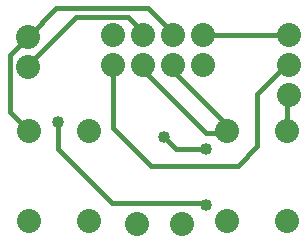
<source format=gbr>
G04 DipTrace 2.4.0.2*
%INBottom.gbr*%
%MOIN*%
%ADD14C,0.015*%
%ADD15C,0.04*%
%ADD21C,0.08*%
%ADD23C,0.08*%
%FSLAX44Y44*%
G04*
G70*
G90*
G75*
G01*
%LNBottom*%
%LPD*%
X10740Y7440D2*
D14*
X9740D1*
X9340Y7840D1*
X5790Y8340D2*
Y7440D1*
X7590Y5640D1*
X10690D1*
X10740Y5590D1*
X8640Y10240D2*
Y10090D1*
X10740Y7990D1*
X11690D1*
X11640Y8040D1*
X11440D1*
X9640Y10240D2*
Y10040D1*
X11640Y8040D1*
X13490Y10240D2*
X13390D1*
X12440Y9290D1*
Y7540D1*
X11790Y6890D1*
X8890D1*
X7640Y8140D1*
Y10240D1*
X13490Y11240D2*
X10640D1*
X4790Y10190D2*
X4740D1*
X6390Y11840D1*
X8140D1*
X8740Y11240D1*
X8640D1*
X9640D2*
X9690D1*
X8790Y12140D1*
X5740D1*
X4790Y11190D1*
X4190Y10590D1*
Y8690D1*
X4840Y8040D1*
X13490Y9240D2*
X13440D1*
Y8040D1*
D23*
X8440Y4940D3*
X4840Y8040D3*
Y5040D3*
X6840D3*
X11440Y8040D3*
Y5040D3*
X13440Y8040D3*
Y5040D3*
X9940Y4940D3*
X6840Y8040D3*
D15*
X9340Y7840D3*
X10740Y7440D3*
Y5590D3*
X5790Y8340D3*
D21*
X7640Y10240D3*
Y11240D3*
X8640Y10240D3*
Y11240D3*
X9640Y10240D3*
Y11240D3*
X10640Y10240D3*
Y11240D3*
D23*
X4790Y10190D3*
Y11190D3*
X13490Y9240D3*
Y10240D3*
Y11240D3*
M02*

</source>
